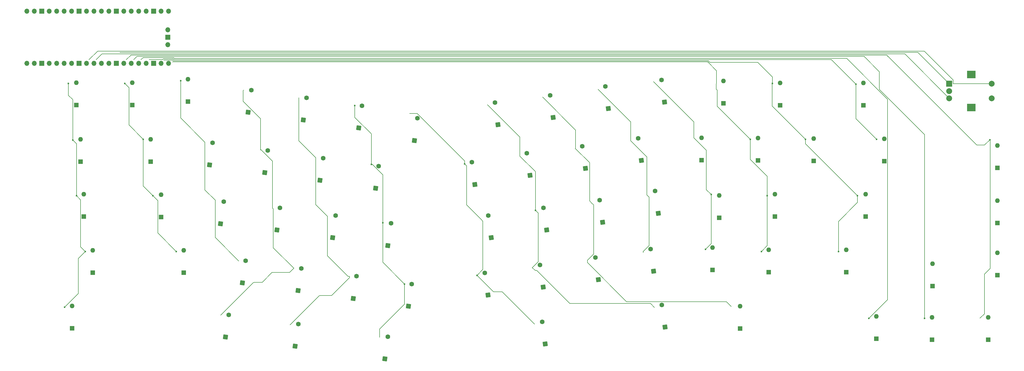
<source format=gbr>
%TF.GenerationSoftware,KiCad,Pcbnew,9.0.2*%
%TF.CreationDate,2025-06-19T20:24:16-07:00*%
%TF.ProjectId,toro-pcb,746f726f-2d70-4636-922e-6b696361645f,rev?*%
%TF.SameCoordinates,Original*%
%TF.FileFunction,Copper,L1,Top*%
%TF.FilePolarity,Positive*%
%FSLAX46Y46*%
G04 Gerber Fmt 4.6, Leading zero omitted, Abs format (unit mm)*
G04 Created by KiCad (PCBNEW 9.0.2) date 2025-06-19 20:24:16*
%MOMM*%
%LPD*%
G01*
G04 APERTURE LIST*
G04 Aperture macros list*
%AMHorizOval*
0 Thick line with rounded ends*
0 $1 width*
0 $2 $3 position (X,Y) of the first rounded end (center of the circle)*
0 $4 $5 position (X,Y) of the second rounded end (center of the circle)*
0 Add line between two ends*
20,1,$1,$2,$3,$4,$5,0*
0 Add two circle primitives to create the rounded ends*
1,1,$1,$2,$3*
1,1,$1,$4,$5*%
%AMRotRect*
0 Rectangle, with rotation*
0 The origin of the aperture is its center*
0 $1 length*
0 $2 width*
0 $3 Rotation angle, in degrees counterclockwise*
0 Add horizontal line*
21,1,$1,$2,0,0,$3*%
G04 Aperture macros list end*
%TA.AperFunction,ComponentPad*%
%ADD10R,2.000000X2.000000*%
%TD*%
%TA.AperFunction,ComponentPad*%
%ADD11C,2.000000*%
%TD*%
%TA.AperFunction,ComponentPad*%
%ADD12R,3.000000X2.500000*%
%TD*%
%TA.AperFunction,ComponentPad*%
%ADD13R,1.600000X1.600000*%
%TD*%
%TA.AperFunction,ComponentPad*%
%ADD14O,1.600000X1.600000*%
%TD*%
%TA.AperFunction,ComponentPad*%
%ADD15RotRect,1.600000X1.600000X98.000000*%
%TD*%
%TA.AperFunction,ComponentPad*%
%ADD16HorizOval,1.600000X0.000000X0.000000X0.000000X0.000000X0*%
%TD*%
%TA.AperFunction,ComponentPad*%
%ADD17RotRect,1.600000X1.600000X82.000000*%
%TD*%
%TA.AperFunction,ComponentPad*%
%ADD18HorizOval,1.600000X0.000000X0.000000X0.000000X0.000000X0*%
%TD*%
%TA.AperFunction,ComponentPad*%
%ADD19O,1.700000X1.700000*%
%TD*%
%TA.AperFunction,ComponentPad*%
%ADD20R,1.700000X1.700000*%
%TD*%
%TA.AperFunction,ViaPad*%
%ADD21C,0.600000*%
%TD*%
%TA.AperFunction,ViaPad*%
%ADD22C,0.300000*%
%TD*%
%TA.AperFunction,Conductor*%
%ADD23C,0.200000*%
%TD*%
G04 APERTURE END LIST*
D10*
%TO.P,SW2,A,A*%
%TO.N,ENC_A*%
X340481295Y-61550000D03*
D11*
%TO.P,SW2,B,B*%
%TO.N,ENC_B*%
X340481295Y-66550000D03*
%TO.P,SW2,C,C*%
%TO.N,GND*%
X340481295Y-64050000D03*
D12*
%TO.P,SW2,MP*%
%TO.N,N/C*%
X347981295Y-58450000D03*
X347981295Y-69650000D03*
D11*
%TO.P,SW2,S1,S1*%
%TO.N,ENC_S1*%
X354981295Y-61550000D03*
%TO.P,SW2,S2,S2*%
%TO.N,GND*%
X354981295Y-66550000D03*
%TD*%
D13*
%TO.P,D36,1,K*%
%TO.N,Row 0*%
X282852811Y-68918750D03*
D14*
%TO.P,D36,2,A*%
%TO.N,Net-(D36-A)*%
X282852811Y-61298750D03*
%TD*%
D15*
%TO.P,D53,1,K*%
%TO.N,Row 3*%
X221031400Y-128323610D03*
D16*
%TO.P,D53,2,A*%
%TO.N,Net-(D53-A)*%
X219970901Y-120777767D03*
%TD*%
D13*
%TO.P,D65,1,K*%
%TO.N,Row 3*%
X356873795Y-126810000D03*
D14*
%TO.P,D65,2,A*%
%TO.N,Net-(D65-A)*%
X356873795Y-119190000D03*
%TD*%
D13*
%TO.P,D15,1,K*%
%TO.N,Row 2*%
X45755000Y-106835000D03*
D14*
%TO.P,D15,2,A*%
%TO.N,Net-(D15-A)*%
X45755000Y-99215000D03*
%TD*%
D17*
%TO.P,D17,1,K*%
%TO.N,Row 2*%
X92330953Y-109322846D03*
D18*
%TO.P,D17,2,A*%
%TO.N,Net-(D17-A)*%
X93391452Y-101777003D03*
%TD*%
D17*
%TO.P,D26,1,K*%
%TO.N,Row 3*%
X156349936Y-137394913D03*
D18*
%TO.P,D26,2,A*%
%TO.N,Net-(D26-A)*%
X157410435Y-129849070D03*
%TD*%
D17*
%TO.P,D8,1,K*%
%TO.N,Row 0*%
X158318107Y-80902337D03*
D18*
%TO.P,D8,2,A*%
%TO.N,Net-(D8-A)*%
X159378607Y-73356494D03*
%TD*%
D15*
%TO.P,D28,1,K*%
%TO.N,Row 0*%
X186798657Y-75519293D03*
D16*
%TO.P,D28,2,A*%
%TO.N,Net-(D28-A)*%
X185738158Y-67973450D03*
%TD*%
D17*
%TO.P,D11,1,K*%
%TO.N,Row 1*%
X88550731Y-89236489D03*
D18*
%TO.P,D11,2,A*%
%TO.N,Net-(D11-A)*%
X89611230Y-81690646D03*
%TD*%
D13*
%TO.P,D68,1,K*%
%TO.N,Row 1*%
X294352811Y-87882500D03*
D14*
%TO.P,D68,2,A*%
%TO.N,Net-(D68-A)*%
X294352811Y-80262500D03*
%TD*%
D15*
%TO.P,D40,1,K*%
%TO.N,Row 1*%
X197715292Y-92833590D03*
D16*
%TO.P,D40,2,A*%
%TO.N,Net-(D40-A)*%
X196654793Y-85287747D03*
%TD*%
D15*
%TO.P,D38,1,K*%
%TO.N,Row 1*%
X178935688Y-95888940D03*
D16*
%TO.P,D38,2,A*%
%TO.N,Net-(D38-A)*%
X177875189Y-88343097D03*
%TD*%
D17*
%TO.P,D5,1,K*%
%TO.N,Row 0*%
X101734420Y-71272922D03*
D18*
%TO.P,D5,2,A*%
%TO.N,Net-(D5-A)*%
X102794919Y-63727079D03*
%TD*%
D13*
%TO.P,D69,1,K*%
%TO.N,Row 2*%
X281110311Y-106825000D03*
D14*
%TO.P,D69,2,A*%
%TO.N,Net-(D69-A)*%
X281110311Y-99205000D03*
%TD*%
D13*
%TO.P,D22,1,K*%
%TO.N,Row 3*%
X79738750Y-125981250D03*
D14*
%TO.P,D22,2,A*%
%TO.N,Net-(D22-A)*%
X79738750Y-118361250D03*
%TD*%
D13*
%TO.P,D70,1,K*%
%TO.N,Row 3*%
X279030311Y-125825000D03*
D14*
%TO.P,D70,2,A*%
%TO.N,Net-(D70-A)*%
X279030311Y-118205000D03*
%TD*%
D15*
%TO.P,D51,1,K*%
%TO.N,Row 3*%
X183403649Y-133629518D03*
D16*
%TO.P,D51,2,A*%
%TO.N,Net-(D51-A)*%
X182343150Y-126083675D03*
%TD*%
D13*
%TO.P,D48,1,K*%
%TO.N,Row 1*%
X275352811Y-87750000D03*
D14*
%TO.P,D48,2,A*%
%TO.N,Net-(D48-A)*%
X275352811Y-80130000D03*
%TD*%
D15*
%TO.P,D33,1,K*%
%TO.N,Row 0*%
X224387299Y-69997981D03*
D16*
%TO.P,D33,2,A*%
%TO.N,Net-(D33-A)*%
X223326800Y-62452138D03*
%TD*%
D15*
%TO.P,D54,1,K*%
%TO.N,Row 3*%
X239824944Y-125462595D03*
D16*
%TO.P,D54,2,A*%
%TO.N,Net-(D54-A)*%
X238764445Y-117916752D03*
%TD*%
D17*
%TO.P,D6,1,K*%
%TO.N,Row 0*%
X120500000Y-73910252D03*
D18*
%TO.P,D6,2,A*%
%TO.N,Net-(D6-A)*%
X121560499Y-66364409D03*
%TD*%
D19*
%TO.P,U1,1,GPIO0*%
%TO.N,Row 0*%
X26360000Y-36850000D03*
%TO.P,U1,2,GPIO1*%
%TO.N,Row 1*%
X28900000Y-36850000D03*
D20*
%TO.P,U1,3,GND*%
%TO.N,unconnected-(U1-GND-Pad3)*%
X31440000Y-36850000D03*
D19*
%TO.P,U1,4,GPIO2*%
%TO.N,Row 2*%
X33980000Y-36850000D03*
%TO.P,U1,5,GPIO3*%
%TO.N,Row 3*%
X36520000Y-36850000D03*
%TO.P,U1,6,GPIO4*%
%TO.N,Row 4*%
X39060000Y-36850000D03*
%TO.P,U1,7,GPIO5*%
%TO.N,Col 0*%
X41600000Y-36850000D03*
D20*
%TO.P,U1,8,GND*%
%TO.N,unconnected-(U1-GND-Pad8)*%
X44140000Y-36850000D03*
D19*
%TO.P,U1,9,GPIO6*%
%TO.N,Col 1*%
X46680000Y-36850000D03*
%TO.P,U1,10,GPIO7*%
%TO.N,Col 2*%
X49220000Y-36850000D03*
%TO.P,U1,11,GPIO8*%
%TO.N,Col 3*%
X51760000Y-36850000D03*
%TO.P,U1,12,GPIO9*%
%TO.N,Col 4*%
X54300000Y-36850000D03*
D20*
%TO.P,U1,13,GND*%
%TO.N,unconnected-(U1-GND-Pad13)*%
X56840000Y-36850000D03*
D19*
%TO.P,U1,14,GPIO10*%
%TO.N,Col 5*%
X59380000Y-36850000D03*
%TO.P,U1,15,GPIO11*%
%TO.N,Col 6*%
X61920000Y-36850000D03*
%TO.P,U1,16,GPIO12*%
%TO.N,Col 7*%
X64460000Y-36850000D03*
%TO.P,U1,17,GPIO13*%
%TO.N,Col 8*%
X67000000Y-36850000D03*
D20*
%TO.P,U1,18,GND*%
%TO.N,unconnected-(U1-GND-Pad18)*%
X69540000Y-36850000D03*
D19*
%TO.P,U1,19,GPIO14*%
%TO.N,Col 10*%
X72080000Y-36850000D03*
%TO.P,U1,20,GPIO15*%
%TO.N,Col 9*%
X74620000Y-36850000D03*
%TO.P,U1,21,GPIO16*%
%TO.N,Col 11*%
X74620000Y-54630000D03*
%TO.P,U1,22,GPIO17*%
%TO.N,Col 12*%
X72080000Y-54630000D03*
D20*
%TO.P,U1,23,GND*%
%TO.N,unconnected-(U1-GND-Pad23)*%
X69540000Y-54630000D03*
D19*
%TO.P,U1,24,GPIO18*%
%TO.N,Col 13*%
X67000000Y-54630000D03*
%TO.P,U1,25,GPIO19*%
%TO.N,Col 14*%
X64460000Y-54630000D03*
%TO.P,U1,26,GPIO20*%
%TO.N,Col 15*%
X61920000Y-54630000D03*
%TO.P,U1,27,GPIO21*%
%TO.N,Col 16*%
X59380000Y-54630000D03*
D20*
%TO.P,U1,28,GND*%
%TO.N,unconnected-(U1-GND-Pad28)*%
X56840000Y-54630000D03*
D19*
%TO.P,U1,29,GPIO22*%
%TO.N,ENC_A*%
X54300000Y-54630000D03*
%TO.P,U1,30,RUN*%
%TO.N,unconnected-(U1-RUN-Pad30)*%
X51760000Y-54630000D03*
%TO.P,U1,31,GPIO26_ADC0*%
%TO.N,ENC_B*%
X49220000Y-54630000D03*
%TO.P,U1,32,GPIO27_ADC1*%
%TO.N,ENC_S1*%
X46680000Y-54630000D03*
D20*
%TO.P,U1,33,AGND*%
%TO.N,unconnected-(U1-AGND-Pad33)*%
X44140000Y-54630000D03*
D19*
%TO.P,U1,34,GPIO28_ADC2*%
%TO.N,LEDS*%
X41600000Y-54630000D03*
%TO.P,U1,35,ADC_VREF*%
%TO.N,unconnected-(U1-ADC_VREF-Pad35)*%
X39060000Y-54630000D03*
%TO.P,U1,36,3V3*%
%TO.N,unconnected-(U1-3V3-Pad36)*%
X36520000Y-54630000D03*
%TO.P,U1,37,3V3_EN*%
%TO.N,unconnected-(U1-3V3_EN-Pad37)*%
X33980000Y-54630000D03*
D20*
%TO.P,U1,38,GND*%
%TO.N,unconnected-(U1-GND-Pad38)*%
X31440000Y-54630000D03*
D19*
%TO.P,U1,39,VSYS*%
%TO.N,unconnected-(U1-VSYS-Pad39)*%
X28900000Y-54630000D03*
%TO.P,U1,40,VBUS*%
%TO.N,unconnected-(U1-VBUS-Pad40)*%
X26360000Y-54630000D03*
%TO.P,U1,41,SWCLK*%
%TO.N,unconnected-(U1-SWCLK-Pad41)*%
X74390000Y-43200000D03*
D20*
%TO.P,U1,42,GND*%
%TO.N,unconnected-(U1-GND-Pad42)*%
X74390000Y-45740000D03*
D19*
%TO.P,U1,43,SWDIO*%
%TO.N,unconnected-(U1-SWDIO-Pad43)*%
X74390000Y-48280000D03*
%TD*%
D13*
%TO.P,D10,1,K*%
%TO.N,Row 1*%
X68540000Y-88101250D03*
D14*
%TO.P,D10,2,A*%
%TO.N,Net-(D10-A)*%
X68540000Y-80481250D03*
%TD*%
D13*
%TO.P,D2,1,K*%
%TO.N,Row 0*%
X43235000Y-68847500D03*
D14*
%TO.P,D2,2,A*%
%TO.N,Net-(D2-A)*%
X43235000Y-61227500D03*
%TD*%
D13*
%TO.P,D73,1,K*%
%TO.N,Row 2*%
X311987811Y-106810000D03*
D14*
%TO.P,D73,2,A*%
%TO.N,Net-(D73-A)*%
X311987811Y-99190000D03*
%TD*%
D13*
%TO.P,D9,1,K*%
%TO.N,Row 1*%
X44596250Y-88101250D03*
D14*
%TO.P,D9,2,A*%
%TO.N,Net-(D9-A)*%
X44596250Y-80481250D03*
%TD*%
D13*
%TO.P,D4,1,K*%
%TO.N,Row 0*%
X81235000Y-67616250D03*
D14*
%TO.P,D4,2,A*%
%TO.N,Net-(D4-A)*%
X81235000Y-59996250D03*
%TD*%
D15*
%TO.P,D57,1,K*%
%TO.N,Row 4*%
X243660221Y-144500000D03*
D16*
%TO.P,D57,2,A*%
%TO.N,Net-(D57-A)*%
X242599722Y-136954157D03*
%TD*%
D13*
%TO.P,D64,1,K*%
%TO.N,Row 2*%
X356873795Y-109083750D03*
D14*
%TO.P,D64,2,A*%
%TO.N,Net-(D64-A)*%
X356873795Y-101463750D03*
%TD*%
D13*
%TO.P,D35,1,K*%
%TO.N,Row 0*%
X263569061Y-68250000D03*
D14*
%TO.P,D35,2,A*%
%TO.N,Net-(D35-A)*%
X263569061Y-60630000D03*
%TD*%
D15*
%TO.P,D45,1,K*%
%TO.N,Row 2*%
X222471748Y-108813760D03*
D16*
%TO.P,D45,2,A*%
%TO.N,Net-(D45-A)*%
X221411249Y-101267917D03*
%TD*%
D13*
%TO.P,D58,1,K*%
%TO.N,Row 4*%
X269250000Y-145060000D03*
D14*
%TO.P,D58,2,A*%
%TO.N,Net-(D58-A)*%
X269250000Y-137440000D03*
%TD*%
D13*
%TO.P,D74,1,K*%
%TO.N,Row 3*%
X305374061Y-125817500D03*
D14*
%TO.P,D74,2,A*%
%TO.N,Net-(D74-A)*%
X305374061Y-118197500D03*
%TD*%
D17*
%TO.P,D19,1,K*%
%TO.N,Row 2*%
X130464947Y-114064140D03*
D18*
%TO.P,D19,2,A*%
%TO.N,Net-(D19-A)*%
X131525446Y-106518297D03*
%TD*%
D13*
%TO.P,D32,1,K*%
%TO.N,Row 2*%
X72030000Y-107010000D03*
D14*
%TO.P,D32,2,A*%
%TO.N,Net-(D16-A)*%
X72030000Y-99390000D03*
%TD*%
D13*
%TO.P,D21,1,K*%
%TO.N,Row 3*%
X48811250Y-125981250D03*
D14*
%TO.P,D21,2,A*%
%TO.N,Net-(D21-A)*%
X48811250Y-118361250D03*
%TD*%
D15*
%TO.P,D52,1,K*%
%TO.N,Row 3*%
X202201693Y-130863921D03*
D16*
%TO.P,D52,2,A*%
%TO.N,Net-(D52-A)*%
X201141194Y-123318078D03*
%TD*%
D15*
%TO.P,D34,1,K*%
%TO.N,Row 0*%
X243560499Y-67795843D03*
D16*
%TO.P,D34,2,A*%
%TO.N,Net-(D34-A)*%
X242500000Y-60250000D03*
%TD*%
D17*
%TO.P,D18,1,K*%
%TO.N,Row 2*%
X111483062Y-111456999D03*
D18*
%TO.P,D18,2,A*%
%TO.N,Net-(D18-A)*%
X112543561Y-103911156D03*
%TD*%
D15*
%TO.P,D47,1,K*%
%TO.N,Row 2*%
X241369967Y-105711472D03*
D16*
%TO.P,D47,2,A*%
%TO.N,Net-(D47-A)*%
X240309468Y-98165629D03*
%TD*%
D15*
%TO.P,D56,1,K*%
%TO.N,Row 4*%
X202897673Y-150300850D03*
D16*
%TO.P,D56,2,A*%
%TO.N,Net-(D56-A)*%
X201837174Y-142755007D03*
%TD*%
D13*
%TO.P,D49,1,K*%
%TO.N,Row 2*%
X262106985Y-107302037D03*
D14*
%TO.P,D49,2,A*%
%TO.N,Net-(D49-A)*%
X262106985Y-99682037D03*
%TD*%
D17*
%TO.P,D24,1,K*%
%TO.N,Row 3*%
X118719751Y-132106336D03*
D18*
%TO.P,D24,2,A*%
%TO.N,Net-(D24-A)*%
X119780250Y-124560493D03*
%TD*%
D13*
%TO.P,D37,1,K*%
%TO.N,Row 0*%
X311212811Y-68918750D03*
D14*
%TO.P,D37,2,A*%
%TO.N,Net-(D37-A)*%
X311212811Y-61298750D03*
%TD*%
D17*
%TO.P,D23,1,K*%
%TO.N,Row 3*%
X99788301Y-129445694D03*
D18*
%TO.P,D23,2,A*%
%TO.N,Net-(D23-A)*%
X100848800Y-121899851D03*
%TD*%
D13*
%TO.P,D63,1,K*%
%TO.N,Row 1*%
X356873795Y-90283750D03*
D14*
%TO.P,D63,2,A*%
%TO.N,Net-(D63-A)*%
X356873795Y-82663750D03*
%TD*%
D13*
%TO.P,D61,1,K*%
%TO.N,Row 4*%
X353750000Y-148810000D03*
D14*
%TO.P,D61,2,A*%
%TO.N,Net-(D61-A)*%
X353750000Y-141190000D03*
%TD*%
D13*
%TO.P,D59,1,K*%
%TO.N,Row 4*%
X315615939Y-148515000D03*
D14*
%TO.P,D59,2,A*%
%TO.N,Net-(D59-A)*%
X315615939Y-140895000D03*
%TD*%
D13*
%TO.P,D62,1,K*%
%TO.N,Row 3*%
X334750000Y-130560000D03*
D14*
%TO.P,D62,2,A*%
%TO.N,Net-(D62-A)*%
X334750000Y-122940000D03*
%TD*%
D15*
%TO.P,D43,1,K*%
%TO.N,Row 2*%
X203349832Y-111430482D03*
D16*
%TO.P,D43,2,A*%
%TO.N,Net-(D43-A)*%
X202289333Y-103884639D03*
%TD*%
D17*
%TO.P,D13,1,K*%
%TO.N,Row 1*%
X126173985Y-94524409D03*
D18*
%TO.P,D13,2,A*%
%TO.N,Net-(D13-A)*%
X127234484Y-86978566D03*
%TD*%
D17*
%TO.P,D32,1,K*%
%TO.N,Row 4*%
X148265270Y-155365466D03*
D18*
%TO.P,D32,2,A*%
%TO.N,Net-(D32-A)*%
X149325769Y-147819623D03*
%TD*%
D13*
%TO.P,D55,1,K*%
%TO.N,Row 3*%
X259825000Y-125067500D03*
D14*
%TO.P,D55,2,A*%
%TO.N,Net-(D55-A)*%
X259825000Y-117447500D03*
%TD*%
D17*
%TO.P,D12,1,K*%
%TO.N,Row 1*%
X107358890Y-91880121D03*
D18*
%TO.P,D12,2,A*%
%TO.N,Net-(D12-A)*%
X108419389Y-84334278D03*
%TD*%
D17*
%TO.P,D30,1,K*%
%TO.N,Row 4*%
X94009966Y-147927199D03*
D18*
%TO.P,D30,2,A*%
%TO.N,Net-(D30-A)*%
X95070465Y-140381356D03*
%TD*%
D17*
%TO.P,D14,1,K*%
%TO.N,Row 1*%
X145105435Y-97185052D03*
D18*
%TO.P,D14,2,A*%
%TO.N,Net-(D14-A)*%
X146165934Y-89639209D03*
%TD*%
D13*
%TO.P,D46,1,K*%
%TO.N,Row 1*%
X256162811Y-87643965D03*
D14*
%TO.P,D46,2,A*%
%TO.N,Net-(D46-A)*%
X256162811Y-80023965D03*
%TD*%
D13*
%TO.P,D72,1,K*%
%TO.N,Row 1*%
X318372811Y-87947500D03*
D14*
%TO.P,D72,2,A*%
%TO.N,Net-(D72-A)*%
X318372811Y-80327500D03*
%TD*%
D17*
%TO.P,D20,1,K*%
%TO.N,Row 2*%
X149302322Y-116711560D03*
D18*
%TO.P,D20,2,A*%
%TO.N,Net-(D20-A)*%
X150362821Y-109165717D03*
%TD*%
D13*
%TO.P,D3,1,K*%
%TO.N,Row 0*%
X62235000Y-68791250D03*
D14*
%TO.P,D3,2,A*%
%TO.N,Net-(D3-A)*%
X62235000Y-61171250D03*
%TD*%
D13*
%TO.P,D60,1,K*%
%TO.N,Row 4*%
X334617500Y-148828750D03*
D14*
%TO.P,D60,2,A*%
%TO.N,Net-(D60-A)*%
X334617500Y-141208750D03*
%TD*%
D17*
%TO.P,D7,1,K*%
%TO.N,Row 0*%
X139385395Y-76611515D03*
D18*
%TO.P,D7,2,A*%
%TO.N,Net-(D7-A)*%
X140445894Y-69065672D03*
%TD*%
D15*
%TO.P,D44,1,K*%
%TO.N,Row 1*%
X235616859Y-87688641D03*
D16*
%TO.P,D44,2,A*%
%TO.N,Net-(D44-A)*%
X234556360Y-80142798D03*
%TD*%
D15*
%TO.P,D29,1,K*%
%TO.N,Row 0*%
X205627875Y-73038378D03*
D16*
%TO.P,D29,2,A*%
%TO.N,Net-(D29-A)*%
X204567376Y-65492535D03*
%TD*%
D17*
%TO.P,D25,1,K*%
%TO.N,Row 3*%
X137534843Y-134750625D03*
D18*
%TO.P,D25,2,A*%
%TO.N,Net-(D25-A)*%
X138595342Y-127204782D03*
%TD*%
D15*
%TO.P,D42,1,K*%
%TO.N,Row 1*%
X216565874Y-90441819D03*
D16*
%TO.P,D42,2,A*%
%TO.N,Net-(D42-A)*%
X215505375Y-82895976D03*
%TD*%
D13*
%TO.P,D27,1,K*%
%TO.N,Row 4*%
X41735000Y-144935000D03*
D14*
%TO.P,D27,2,A*%
%TO.N,Net-(D27-A)*%
X41735000Y-137315000D03*
%TD*%
D17*
%TO.P,D31,1,K*%
%TO.N,Row 4*%
X117729116Y-151073890D03*
D18*
%TO.P,D31,2,A*%
%TO.N,Net-(D31-A)*%
X118789615Y-143528047D03*
%TD*%
D15*
%TO.P,D41,1,K*%
%TO.N,Row 2*%
X184534739Y-114074771D03*
D16*
%TO.P,D41,2,A*%
%TO.N,Net-(D41-A)*%
X183474240Y-106528928D03*
%TD*%
D21*
%TO.N,Col 0*%
X46250000Y-118750000D03*
X39250000Y-137750000D03*
X40500000Y-61500000D03*
X43250000Y-99750000D03*
X42000000Y-80750000D03*
D22*
%TO.N,ENC_A*%
X58000000Y-50880000D03*
%TO.N,ENC_S1*%
X47500000Y-53380000D03*
%TO.N,ENC_B*%
X50000000Y-53380000D03*
D21*
%TO.N,Col 1*%
X66000000Y-80500000D03*
X59750000Y-61500000D03*
X69250000Y-99750000D03*
X77250000Y-118750000D03*
D22*
%TO.N,Col 2*%
X90500000Y-101250000D03*
X98500000Y-122000000D03*
D21*
X78750000Y-60500000D03*
D22*
X87000000Y-81500000D03*
%TO.N,Col 3*%
X117250000Y-124500000D03*
X100140606Y-63725150D03*
X100140606Y-63725150D03*
X105935785Y-84150590D03*
X92384088Y-140427938D03*
X110000000Y-104000000D03*
%TO.N,Col 4*%
X124750000Y-86750000D03*
X136250000Y-127250000D03*
X128750000Y-106750000D03*
X119005212Y-66376399D03*
X116000000Y-143750000D03*
D21*
%TO.N,Col 5*%
X143664997Y-89095886D03*
D22*
X146500000Y-148000000D03*
D21*
X154962554Y-129836645D03*
X138049830Y-69009895D03*
X147559924Y-108991749D03*
D22*
%TO.N,Col 6*%
X181000000Y-107750000D03*
X199250000Y-143500000D03*
D21*
X175439331Y-88919140D03*
D22*
X156750000Y-71723698D03*
D21*
X179682850Y-126899485D03*
D22*
%TO.N,Col 7*%
X198500000Y-124250000D03*
X183250000Y-68750000D03*
X240081225Y-137828413D03*
X194250000Y-86250000D03*
D21*
X199561084Y-104717457D03*
D22*
%TO.N,Col 8*%
X213137055Y-83612558D03*
X202042574Y-66146535D03*
X217250000Y-121750000D03*
X218750000Y-102250000D03*
X266250000Y-137500000D03*
%TO.N,Col 9*%
X236302349Y-119035413D03*
X232000000Y-81000000D03*
X220907181Y-63495287D03*
X237521787Y-99498545D03*
D21*
%TO.N,Col 10*%
X257472189Y-118000000D03*
D22*
X239771787Y-60844040D03*
D21*
X259410465Y-99324979D03*
D22*
X253500000Y-80000000D03*
D21*
%TO.N,Col 11*%
X272750000Y-80500000D03*
X276500000Y-118750000D03*
X278500000Y-99750000D03*
D22*
X261127811Y-61616100D03*
X76000000Y-54130000D03*
D21*
%TO.N,Col 12*%
X280250000Y-61500000D03*
X291500000Y-80500000D03*
D22*
X73000000Y-53630000D03*
D21*
X309250000Y-99750000D03*
X302750000Y-118750000D03*
D22*
%TO.N,Col 13*%
X68000000Y-53380000D03*
D21*
X315750000Y-80500000D03*
X308750000Y-61750000D03*
D22*
%TO.N,Col 14*%
X65250000Y-53380000D03*
D21*
X313115939Y-141560000D03*
D22*
%TO.N,Col 15*%
X332115939Y-122560000D03*
X332115939Y-122560000D03*
D21*
X332115939Y-141560000D03*
D22*
X62750000Y-53380000D03*
%TO.N,Col 16*%
X354458484Y-99750000D03*
X60250000Y-53380000D03*
X354458484Y-118750000D03*
D21*
X354351295Y-80645000D03*
D22*
X351000000Y-141500000D03*
%TD*%
D23*
%TO.N,Net-(D45-A)*%
X221127308Y-101127308D02*
X221000000Y-101000000D01*
%TO.N,Col 0*%
X43884100Y-121115900D02*
X43884100Y-133115900D01*
X46250000Y-118750000D02*
X44655000Y-117155000D01*
X44655000Y-101155000D02*
X43250000Y-99750000D01*
X44655000Y-117155000D02*
X44655000Y-101155000D01*
X43250000Y-82000000D02*
X42000000Y-80750000D01*
X40500000Y-65500000D02*
X40500000Y-61500000D01*
X46250000Y-118750000D02*
X43884100Y-121115900D01*
X42000000Y-80750000D02*
X42000000Y-67000000D01*
X43250000Y-99750000D02*
X43250000Y-82000000D01*
X42000000Y-67000000D02*
X40500000Y-65500000D01*
X43884100Y-133115900D02*
X39250000Y-137750000D01*
%TO.N,ENC_A*%
X329811295Y-50880000D02*
X329250000Y-50880000D01*
X340481295Y-61550000D02*
X329811295Y-50880000D01*
X329811294Y-50880000D02*
X58000000Y-50880000D01*
%TO.N,ENC_S1*%
X341781295Y-60250000D02*
X331961295Y-50430000D01*
X46680000Y-54200000D02*
X46750000Y-54130000D01*
X341781295Y-61550000D02*
X341781295Y-60250000D01*
X354981295Y-61550000D02*
X341781295Y-61550000D01*
X331961295Y-50430000D02*
X331500000Y-50430000D01*
X331961294Y-50430000D02*
X50450000Y-50430000D01*
X50450000Y-50430000D02*
X47500000Y-53380000D01*
%TO.N,ENC_B*%
X325361295Y-51430000D02*
X319335686Y-51430000D01*
X51950000Y-51430000D02*
X50000000Y-53380000D01*
X319335686Y-51430000D02*
X51950000Y-51430000D01*
X340481295Y-66550000D02*
X325361295Y-51430000D01*
%TO.N,Col 1*%
X61135000Y-62885000D02*
X59750000Y-61500000D01*
X65970900Y-80529100D02*
X66000000Y-80500000D01*
X69250000Y-99750000D02*
X65970900Y-96470900D01*
X70930000Y-101430000D02*
X69250000Y-99750000D01*
X65970900Y-96470900D02*
X65970900Y-80529100D01*
X77250000Y-118750000D02*
X70930000Y-112430000D01*
X61135000Y-75635000D02*
X61135000Y-62885000D01*
X70930000Y-112430000D02*
X70930000Y-101430000D01*
X66000000Y-80500000D02*
X61135000Y-75635000D01*
%TO.N,Col 2*%
X87000000Y-81500000D02*
X87000000Y-97750000D01*
X90500000Y-101250000D02*
X90500000Y-114000000D01*
X87000000Y-97750000D02*
X90500000Y-101250000D01*
X78750000Y-73250000D02*
X87000000Y-81500000D01*
X78750000Y-60500000D02*
X78750000Y-73250000D01*
X90500000Y-114000000D02*
X98500000Y-122000000D01*
%TO.N,Col 3*%
X110250000Y-104250000D02*
X110000000Y-104000000D01*
X105935785Y-84064215D02*
X105935785Y-84150590D01*
X106522804Y-129243900D02*
X109843766Y-125922938D01*
X115827062Y-125922938D02*
X117250000Y-124500000D01*
X109843766Y-125922938D02*
X115827062Y-125922938D01*
X105935785Y-84150590D02*
X105935785Y-73465593D01*
X92384088Y-140427938D02*
X103568126Y-129243900D01*
X117250000Y-124500000D02*
X110250000Y-117500000D01*
X110000000Y-104000000D02*
X110000000Y-88000000D01*
X103568126Y-129243900D02*
X106522804Y-129243900D01*
X100000000Y-67529808D02*
X100000000Y-63865756D01*
X105935785Y-73465593D02*
X100000000Y-67529808D01*
X110250000Y-117500000D02*
X110250000Y-104250000D01*
X100000000Y-63865756D02*
X100140606Y-63725150D01*
X106000000Y-84000000D02*
X105935785Y-84064215D01*
X110000000Y-88000000D02*
X106000000Y-84000000D01*
%TO.N,Col 4*%
X116000000Y-143750000D02*
X126004853Y-133745147D01*
X124750000Y-102750000D02*
X128750000Y-106750000D01*
X124750000Y-86750000D02*
X124750000Y-102750000D01*
X128750000Y-106750000D02*
X128750000Y-120250000D01*
X130166959Y-133745147D02*
X136250000Y-127662106D01*
X119005212Y-66376399D02*
X119005212Y-81005212D01*
X135750000Y-127250000D02*
X136250000Y-127250000D01*
X119005212Y-81005212D02*
X124750000Y-86750000D01*
X128750000Y-120250000D02*
X135750000Y-127250000D01*
X136250000Y-127662106D02*
X136250000Y-127250000D01*
X126004853Y-133745147D02*
X130166959Y-133745147D01*
%TO.N,Col 5*%
X147559924Y-108991749D02*
X147559924Y-92588834D01*
X154962554Y-129836645D02*
X147559924Y-122434015D01*
X146500000Y-148000000D02*
X146500000Y-145236155D01*
X144066976Y-89095886D02*
X143664997Y-89095886D01*
X138049830Y-73049830D02*
X138049830Y-69009895D01*
X146500000Y-145236155D02*
X154962554Y-136773601D01*
X143664997Y-78664997D02*
X138049830Y-73049830D01*
X147559924Y-92588834D02*
X144066976Y-89095886D01*
X147559924Y-122434015D02*
X147559924Y-108991749D01*
X154962554Y-136773601D02*
X154962554Y-129836645D01*
X143664997Y-89095886D02*
X143664997Y-78664997D01*
%TO.N,Col 6*%
X179682850Y-126899485D02*
X185250000Y-132466635D01*
X185250000Y-132466635D02*
X188216635Y-132466635D01*
X175439331Y-88919140D02*
X176117517Y-89597326D01*
X181000000Y-107750000D02*
X181668955Y-108418955D01*
X181668955Y-108418955D02*
X181668955Y-124913380D01*
X188216635Y-132466635D02*
X199250000Y-143500000D01*
X176117517Y-102867517D02*
X181000000Y-107750000D01*
X175439331Y-87861583D02*
X175439331Y-88919140D01*
X181668955Y-124913380D02*
X179682850Y-126899485D01*
X159301446Y-71723698D02*
X175439331Y-87861583D01*
X176117517Y-89597326D02*
X176117517Y-102867517D01*
X156750000Y-71723698D02*
X159301446Y-71723698D01*
%TO.N,Col 7*%
X211250312Y-136500312D02*
X238750312Y-136500312D01*
X194250000Y-79750000D02*
X194250000Y-86250000D01*
X194250000Y-86250000D02*
X199561084Y-91561084D01*
X199500000Y-125250000D02*
X200000000Y-125250000D01*
X199561084Y-104717457D02*
X200502248Y-105658621D01*
X198500000Y-124250000D02*
X199500000Y-125250000D01*
X200502248Y-105658621D02*
X200502248Y-122247752D01*
X240078413Y-137828413D02*
X240081225Y-137828413D01*
X183250000Y-68750000D02*
X194250000Y-79750000D01*
X199561084Y-91561084D02*
X199561084Y-104717457D01*
X200502248Y-122247752D02*
X198500000Y-124250000D01*
X200000000Y-125250000D02*
X211250312Y-136500312D01*
X238750312Y-136500312D02*
X240078413Y-137828413D01*
%TO.N,Col 8*%
X218000000Y-101500000D02*
X218750000Y-102250000D01*
X218000000Y-88475503D02*
X218000000Y-101500000D01*
X217250000Y-122533516D02*
X230570641Y-135854157D01*
X217250000Y-121750000D02*
X217250000Y-122533516D01*
X230570641Y-135854157D02*
X264604157Y-135854157D01*
X264604157Y-135854157D02*
X266250000Y-137500000D01*
X213249613Y-83500000D02*
X213137055Y-83612558D01*
X213137055Y-83612558D02*
X218000000Y-88475503D01*
X213250000Y-83500000D02*
X213249613Y-83500000D01*
X219366855Y-102866855D02*
X219366855Y-119633145D01*
X218750000Y-102250000D02*
X219366855Y-102866855D01*
X213250000Y-77353961D02*
X213250000Y-83500000D01*
X219366855Y-119633145D02*
X217250000Y-121750000D01*
X202042574Y-66146535D02*
X213250000Y-77353961D01*
%TO.N,Col 9*%
X237521787Y-99498545D02*
X238231462Y-100208220D01*
X237500000Y-99500000D02*
X237520332Y-99500000D01*
X237500000Y-86500000D02*
X237500000Y-99500000D01*
X236266936Y-119000000D02*
X236302349Y-119035413D01*
X232000000Y-81000000D02*
X237500000Y-86500000D01*
X238231462Y-116768538D02*
X236250000Y-118750000D01*
X232000000Y-74588106D02*
X232000000Y-81000000D01*
X236250000Y-118750000D02*
X236250000Y-119000000D01*
X237520332Y-99500000D02*
X237521787Y-99498545D01*
X236250000Y-119000000D02*
X236266936Y-119000000D01*
X238231462Y-100208220D02*
X238231462Y-116768538D01*
X220907181Y-63495287D02*
X232000000Y-74588106D01*
%TO.N,Col 10*%
X253500000Y-78750000D02*
X253500000Y-80000000D01*
X239771787Y-60844040D02*
X253500000Y-74572253D01*
X257750000Y-84250000D02*
X257750000Y-97664514D01*
X253500000Y-80000000D02*
X257750000Y-84250000D01*
X253500000Y-79210000D02*
X253480000Y-79230000D01*
X253500000Y-78750000D02*
X253500000Y-79210000D01*
X253500000Y-74572253D02*
X253500000Y-78750000D01*
X257750000Y-97664514D02*
X259410465Y-99324979D01*
X259410465Y-99324979D02*
X259410465Y-116061724D01*
X259410465Y-116061724D02*
X257472189Y-118000000D01*
%TO.N,Col 11*%
X261127811Y-63377811D02*
X261500000Y-63750000D01*
X272750000Y-87347189D02*
X278500000Y-93097189D01*
X261500000Y-69250000D02*
X272750000Y-80500000D01*
X261250000Y-57130000D02*
X258250000Y-54130000D01*
X261500000Y-63750000D02*
X261500000Y-69250000D01*
X278500000Y-116750000D02*
X276500000Y-118750000D01*
X261127811Y-61616100D02*
X261127811Y-63377811D01*
X258435000Y-54315000D02*
X258250000Y-54130000D01*
X272750000Y-80500000D02*
X272750000Y-87347189D01*
X261127811Y-61616100D02*
X261250000Y-61493911D01*
X258250000Y-54130000D02*
X76000000Y-54130000D01*
X278500000Y-99750000D02*
X278500000Y-116750000D01*
X261250000Y-61493911D02*
X261250000Y-57130000D01*
X278500000Y-93097189D02*
X278500000Y-99750000D01*
%TO.N,Col 12*%
X309250000Y-99750000D02*
X291500000Y-82000000D01*
X280168711Y-69168711D02*
X280168711Y-61581289D01*
X76236397Y-53730000D02*
X75986397Y-53480000D01*
X280168711Y-61581289D02*
X280250000Y-61500000D01*
X309250000Y-102016982D02*
X309250000Y-99750000D01*
X258935686Y-54250000D02*
X258415686Y-53730000D01*
X73150000Y-53480000D02*
X73000000Y-53630000D01*
X274250000Y-54250000D02*
X258935686Y-54250000D01*
X302750000Y-118750000D02*
X302750000Y-108516982D01*
X280250000Y-61500000D02*
X280250000Y-59250000D01*
X258415686Y-53730000D02*
X76236397Y-53730000D01*
X75986397Y-53480000D02*
X73150000Y-53480000D01*
X302750000Y-108516982D02*
X309250000Y-102016982D01*
X291500000Y-82000000D02*
X291500000Y-80500000D01*
X275250000Y-54250000D02*
X274250000Y-54250000D01*
X291500000Y-80500000D02*
X280168711Y-69168711D01*
X280250000Y-59250000D02*
X275250000Y-54250000D01*
%TO.N,Col 13*%
X76402082Y-53330000D02*
X76152082Y-53080000D01*
X300330000Y-53330000D02*
X76402082Y-53330000D01*
X308743711Y-61756289D02*
X308750000Y-61750000D01*
X308743711Y-73493711D02*
X308743711Y-61756289D01*
X76152082Y-53080000D02*
X72913603Y-53080000D01*
X308750000Y-61750000D02*
X300330000Y-53330000D01*
X315750000Y-80500000D02*
X308743711Y-73493711D01*
X72613603Y-53380000D02*
X68000000Y-53380000D01*
X72913603Y-53080000D02*
X72613603Y-53380000D01*
%TO.N,Col 14*%
X319472811Y-66844775D02*
X319472811Y-135203128D01*
X76317767Y-52680000D02*
X76567767Y-52930000D01*
X305558036Y-52930000D02*
X319472811Y-66844775D01*
X65950000Y-52680000D02*
X76317767Y-52680000D01*
X76567767Y-52930000D02*
X305558036Y-52930000D01*
X319472811Y-135203128D02*
X313115939Y-141560000D01*
X65250000Y-53380000D02*
X65950000Y-52680000D01*
%TO.N,Col 15*%
X63880000Y-52250000D02*
X62750000Y-53380000D01*
X311507586Y-52250000D02*
X63880000Y-52250000D01*
X311507586Y-52250000D02*
X306000000Y-52250000D01*
X316706711Y-63470611D02*
X316706711Y-57449125D01*
X311628793Y-52371207D02*
X311507586Y-52250000D01*
X332115939Y-122560000D02*
X332115939Y-78879839D01*
X332115939Y-78879839D02*
X316706711Y-63470611D01*
X316706711Y-57449125D02*
X311507586Y-52250000D01*
X332115939Y-141560000D02*
X332115939Y-122560000D01*
%TO.N,Col 16*%
X319670000Y-52330000D02*
X319170000Y-51830000D01*
X352500000Y-140000000D02*
X351000000Y-141500000D01*
X352500000Y-126519482D02*
X354458484Y-124560998D01*
X354458484Y-122750000D02*
X354458484Y-118750000D01*
X354458484Y-123269482D02*
X354458484Y-122750000D01*
X354458484Y-99750000D02*
X354458484Y-80752189D01*
X354351295Y-80645000D02*
X352501295Y-82495000D01*
X319170000Y-51830000D02*
X318750000Y-51830000D01*
X352501295Y-82495000D02*
X349835000Y-82495000D01*
X349835000Y-82495000D02*
X319170000Y-51830000D01*
X354458484Y-80752189D02*
X354351295Y-80645000D01*
X352500000Y-126519482D02*
X352500000Y-140000000D01*
X319170000Y-51830000D02*
X61800000Y-51830000D01*
X354458484Y-124560998D02*
X354458484Y-122750000D01*
X61800000Y-51830000D02*
X60250000Y-53380000D01*
X354458484Y-118750000D02*
X354458484Y-99750000D01*
%TD*%
M02*

</source>
